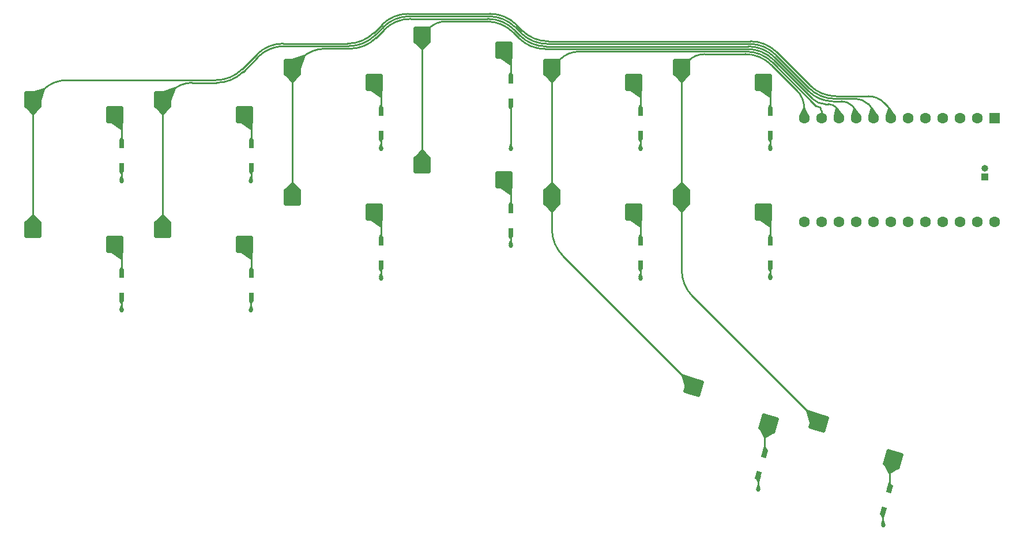
<source format=gbr>
%TF.GenerationSoftware,KiCad,Pcbnew,8.0.0*%
%TF.CreationDate,2024-03-11T23:33:39-04:00*%
%TF.ProjectId,Kiwi MKIII Left,4b697769-204d-44b4-9949-49204c656674,rev?*%
%TF.SameCoordinates,Original*%
%TF.FileFunction,Copper,L2,Bot*%
%TF.FilePolarity,Positive*%
%FSLAX46Y46*%
G04 Gerber Fmt 4.6, Leading zero omitted, Abs format (unit mm)*
G04 Created by KiCad (PCBNEW 8.0.0) date 2024-03-11 23:33:39*
%MOMM*%
%LPD*%
G01*
G04 APERTURE LIST*
G04 Aperture macros list*
%AMRoundRect*
0 Rectangle with rounded corners*
0 $1 Rounding radius*
0 $2 $3 $4 $5 $6 $7 $8 $9 X,Y pos of 4 corners*
0 Add a 4 corners polygon primitive as box body*
4,1,4,$2,$3,$4,$5,$6,$7,$8,$9,$2,$3,0*
0 Add four circle primitives for the rounded corners*
1,1,$1+$1,$2,$3*
1,1,$1+$1,$4,$5*
1,1,$1+$1,$6,$7*
1,1,$1+$1,$8,$9*
0 Add four rect primitives between the rounded corners*
20,1,$1+$1,$2,$3,$4,$5,0*
20,1,$1+$1,$4,$5,$6,$7,0*
20,1,$1+$1,$6,$7,$8,$9,0*
20,1,$1+$1,$8,$9,$2,$3,0*%
%AMRotRect*
0 Rectangle, with rotation*
0 The origin of the aperture is its center*
0 $1 length*
0 $2 width*
0 $3 Rotation angle, in degrees counterclockwise*
0 Add horizontal line*
21,1,$1,$2,0,0,$3*%
G04 Aperture macros list end*
%TA.AperFunction,SMDPad,CuDef*%
%ADD10RoundRect,0.250000X-1.025000X-1.000000X1.025000X-1.000000X1.025000X1.000000X-1.025000X1.000000X0*%
%TD*%
%TA.AperFunction,ComponentPad*%
%ADD11R,1.000000X1.000000*%
%TD*%
%TA.AperFunction,ComponentPad*%
%ADD12O,1.000000X1.000000*%
%TD*%
%TA.AperFunction,SMDPad,CuDef*%
%ADD13RoundRect,0.250000X-1.260931X-0.678733X0.709656X-1.243790X1.260931X0.678733X-0.709656X1.243790X0*%
%TD*%
%TA.AperFunction,ComponentPad*%
%ADD14R,1.600000X1.600000*%
%TD*%
%TA.AperFunction,ComponentPad*%
%ADD15C,1.600000*%
%TD*%
%TA.AperFunction,SMDPad,CuDef*%
%ADD16R,0.750000X1.200000*%
%TD*%
%TA.AperFunction,SMDPad,CuDef*%
%ADD17RotRect,0.750000X1.200000X344.000000*%
%TD*%
%TA.AperFunction,ViaPad*%
%ADD18C,0.685800*%
%TD*%
%TA.AperFunction,Conductor*%
%ADD19C,0.250000*%
%TD*%
G04 APERTURE END LIST*
D10*
%TO.P,SW203,1,1*%
%TO.N,COLUMN 2*%
X258129300Y-111492700D03*
%TO.P,SW203,2,2*%
%TO.N,Net-(D203-A)*%
X270129300Y-113692700D03*
%TD*%
%TO.P,SW209,1,1*%
%TO.N,COLUMN 2*%
X258129300Y-130542700D03*
%TO.P,SW209,2,2*%
%TO.N,Net-(D209-A)*%
X270129300Y-132742700D03*
%TD*%
%TO.P,SW201,1,1*%
%TO.N,COLUMN 0*%
X220029300Y-116255200D03*
%TO.P,SW201,2,2*%
%TO.N,Net-(D201-A)*%
X232029300Y-118455200D03*
%TD*%
%TO.P,SW207,1,1*%
%TO.N,COLUMN 0*%
X220029300Y-135305200D03*
%TO.P,SW207,2,2*%
%TO.N,Net-(D207-A)*%
X232029300Y-137505200D03*
%TD*%
%TO.P,SW208,1,1*%
%TO.N,COLUMN 1*%
X239079300Y-135305200D03*
%TO.P,SW208,2,2*%
%TO.N,Net-(D208-A)*%
X251079300Y-137505200D03*
%TD*%
%TO.P,SW212,1,1*%
%TO.N,COLUMN 5*%
X315279300Y-130542700D03*
%TO.P,SW212,2,2*%
%TO.N,Net-(D212-A)*%
X327279300Y-132742700D03*
%TD*%
%TO.P,SW206,1,1*%
%TO.N,COLUMN 5*%
X315279300Y-111492700D03*
%TO.P,SW206,2,2*%
%TO.N,Net-(D206-A)*%
X327279300Y-113692700D03*
%TD*%
%TO.P,SW202,1,1*%
%TO.N,COLUMN 1*%
X239079300Y-116255200D03*
%TO.P,SW202,2,2*%
%TO.N,Net-(D202-A)*%
X251079300Y-118455200D03*
%TD*%
D11*
%TO.P,BT201,1,+*%
%TO.N,Net-(BT201-+)*%
X359779300Y-127542700D03*
D12*
%TO.P,BT201,2,-*%
%TO.N,Net-(BT201--)*%
X359779300Y-126272700D03*
%TD*%
D10*
%TO.P,SW205,1,1*%
%TO.N,COLUMN 4*%
X296229300Y-111492700D03*
%TO.P,SW205,2,2*%
%TO.N,Net-(D205-A)*%
X308229300Y-113692700D03*
%TD*%
D13*
%TO.P,SW214,1,1*%
%TO.N,COLUMN 5*%
X335380743Y-163622508D03*
%TO.P,SW214,2,2*%
%TO.N,Net-(D214-A)*%
X346309481Y-169044932D03*
%TD*%
D10*
%TO.P,SW211,1,1*%
%TO.N,COLUMN 4*%
X296229300Y-130542700D03*
%TO.P,SW211,2,2*%
%TO.N,Net-(D211-A)*%
X308229300Y-132742700D03*
%TD*%
%TO.P,SW210,1,1*%
%TO.N,COLUMN 3*%
X277179300Y-125780200D03*
%TO.P,SW210,2,2*%
%TO.N,Net-(D210-A)*%
X289179300Y-127980200D03*
%TD*%
D13*
%TO.P,SW213,1,1*%
%TO.N,COLUMN 4*%
X317068708Y-158385399D03*
%TO.P,SW213,2,2*%
%TO.N,Net-(D213-A)*%
X327997446Y-163807823D03*
%TD*%
D14*
%TO.P,U201,1,TX*%
%TO.N,unconnected-(U201-TX-Pad1)*%
X361199300Y-118922700D03*
D15*
%TO.P,U201,2,RX*%
%TO.N,unconnected-(U201-RX-Pad2)*%
X358659300Y-118922700D03*
%TO.P,U201,3,GND*%
%TO.N,GND2*%
X356119300Y-118922700D03*
%TO.P,U201,4,GND*%
X353579300Y-118922700D03*
%TO.P,U201,5,SDA*%
%TO.N,unconnected-(U201-SDA-Pad5)*%
X351039300Y-118922700D03*
%TO.P,U201,6,SCL*%
%TO.N,unconnected-(U201-SCL-Pad6)*%
X348499300Y-118922700D03*
%TO.P,U201,7,D4*%
%TO.N,COLUMN 0*%
X345959300Y-118922700D03*
%TO.P,U201,8,C6*%
%TO.N,COLUMN 1*%
X343419300Y-118922700D03*
%TO.P,U201,9,D7*%
%TO.N,COLUMN 2*%
X340879300Y-118922700D03*
%TO.P,U201,10,E6*%
%TO.N,COLUMN 3*%
X338339300Y-118922700D03*
%TO.P,U201,11,B4*%
%TO.N,COLUMN 4*%
X335799300Y-118922700D03*
%TO.P,U201,12,B5*%
%TO.N,COLUMN 5*%
X333259300Y-118922700D03*
%TO.P,U201,13,B6*%
%TO.N,unconnected-(U201-B6-Pad13)*%
X333259300Y-134162700D03*
%TO.P,U201,14,B2*%
%TO.N,unconnected-(U201-B2-Pad14)*%
X335799300Y-134162700D03*
%TO.P,U201,15,B3*%
%TO.N,unconnected-(U201-B3-Pad15)*%
X338339300Y-134162700D03*
%TO.P,U201,16,B1*%
%TO.N,unconnected-(U201-B1-Pad16)*%
X340879300Y-134162700D03*
%TO.P,U201,17,F7*%
%TO.N,Row 0*%
X343419300Y-134162700D03*
%TO.P,U201,18,F6*%
%TO.N,Row 1*%
X345959300Y-134162700D03*
%TO.P,U201,19,F5*%
%TO.N,Row 2*%
X348499300Y-134162700D03*
%TO.P,U201,20,F4*%
%TO.N,unconnected-(U201-F4-Pad20)*%
X351039300Y-134162700D03*
%TO.P,U201,21,VCC*%
%TO.N,unconnected-(U201-VCC-Pad21)*%
X353579300Y-134162700D03*
%TO.P,U201,22,RST*%
%TO.N,unconnected-(U201-RST-Pad22)*%
X356119300Y-134162700D03*
%TO.P,U201,23,GND*%
%TO.N,GND2*%
X358659300Y-134162700D03*
%TO.P,U201,24,RAW*%
%TO.N,Net-(BT201-+)*%
X361199300Y-134162700D03*
%TD*%
D10*
%TO.P,SW204,1,1*%
%TO.N,COLUMN 3*%
X277179300Y-106730200D03*
%TO.P,SW204,2,2*%
%TO.N,Net-(D204-A)*%
X289179300Y-108930200D03*
%TD*%
D16*
%TO.P,D208,1,K*%
%TO.N,Row 1*%
X252079300Y-145205200D03*
%TO.P,D208,2,A*%
%TO.N,Net-(D208-A)*%
X252079300Y-141805200D03*
%TD*%
%TO.P,D206,1,K*%
%TO.N,Row 0*%
X328279300Y-121392700D03*
%TO.P,D206,2,A*%
%TO.N,Net-(D206-A)*%
X328279300Y-117992700D03*
%TD*%
%TO.P,D211,1,K*%
%TO.N,Row 1*%
X309229300Y-140442700D03*
%TO.P,D211,2,A*%
%TO.N,Net-(D211-A)*%
X309229300Y-137042700D03*
%TD*%
%TO.P,D201,1,K*%
%TO.N,Row 0*%
X233029300Y-126155200D03*
%TO.P,D201,2,A*%
%TO.N,Net-(D201-A)*%
X233029300Y-122755200D03*
%TD*%
%TO.P,D203,1,K*%
%TO.N,Row 0*%
X271129300Y-121392700D03*
%TO.P,D203,2,A*%
%TO.N,Net-(D203-A)*%
X271129300Y-117992700D03*
%TD*%
%TO.P,D202,1,K*%
%TO.N,Row 0*%
X252079300Y-126155200D03*
%TO.P,D202,2,A*%
%TO.N,Net-(D202-A)*%
X252079300Y-122755200D03*
%TD*%
%TO.P,D205,1,K*%
%TO.N,Row 0*%
X309229300Y-121392700D03*
%TO.P,D205,2,A*%
%TO.N,Net-(D205-A)*%
X309229300Y-117992700D03*
%TD*%
%TO.P,D207,1,K*%
%TO.N,Row 1*%
X233029300Y-145205200D03*
%TO.P,D207,2,A*%
%TO.N,Net-(D207-A)*%
X233029300Y-141805200D03*
%TD*%
%TO.P,D209,1,K*%
%TO.N,Row 1*%
X271129300Y-140442700D03*
%TO.P,D209,2,A*%
%TO.N,Net-(D209-A)*%
X271129300Y-137042700D03*
%TD*%
D17*
%TO.P,D213,1,K*%
%TO.N,Row 2*%
X326528862Y-171441968D03*
%TO.P,D213,2,A*%
%TO.N,Net-(D213-A)*%
X327466030Y-168173678D03*
%TD*%
D16*
%TO.P,D210,1,K*%
%TO.N,Row 1*%
X290179300Y-135680200D03*
%TO.P,D210,2,A*%
%TO.N,Net-(D210-A)*%
X290179300Y-132280200D03*
%TD*%
D17*
%TO.P,D214,1,K*%
%TO.N,Row 2*%
X344840897Y-176679077D03*
%TO.P,D214,2,A*%
%TO.N,Net-(D214-A)*%
X345778065Y-173410787D03*
%TD*%
D16*
%TO.P,D212,1,K*%
%TO.N,Row 1*%
X328279300Y-140442700D03*
%TO.P,D212,2,A*%
%TO.N,Net-(D212-A)*%
X328279300Y-137042700D03*
%TD*%
%TO.P,D204,1,K*%
%TO.N,Row 0*%
X290179300Y-116630200D03*
%TO.P,D204,2,A*%
%TO.N,Net-(D204-A)*%
X290179300Y-113230200D03*
%TD*%
D18*
%TO.N,Row 0*%
X252029300Y-128155200D03*
X309229300Y-123442700D03*
X233029300Y-128155200D03*
X290229300Y-123442700D03*
X271129300Y-123442700D03*
X328279300Y-123392700D03*
%TO.N,Row 1*%
X290179300Y-137630200D03*
X252029300Y-147155200D03*
X233029300Y-147155200D03*
X328279300Y-142392700D03*
X271129300Y-142442700D03*
X309229300Y-142442700D03*
%TO.N,Row 2*%
X326528862Y-173441968D03*
X344840897Y-178679077D03*
%TD*%
D19*
%TO.N,COLUMN 0*%
X252902006Y-109569992D02*
X250712592Y-111759407D01*
X220029300Y-116255200D02*
X220029300Y-135305200D01*
X345959300Y-118282200D02*
X345959300Y-118922700D01*
X342664583Y-115711700D02*
X337952263Y-115711700D01*
X220029300Y-116255200D02*
X221480300Y-114804200D01*
X270089592Y-106382406D02*
X271279007Y-105192992D01*
X220029300Y-116255200D02*
X220029300Y-135305200D01*
X290979592Y-105192992D02*
X291835507Y-106048907D01*
X287131836Y-103599200D02*
X275126763Y-103599200D01*
X295683263Y-107642700D02*
X325375336Y-107642700D01*
X334104507Y-114117907D02*
X329223092Y-109236492D01*
X224983323Y-113353200D02*
X246864836Y-113353200D01*
X266241836Y-107976200D02*
X256749763Y-107976200D01*
X345506398Y-117188798D02*
X344994300Y-116676700D01*
X345506398Y-117188798D02*
G75*
G02*
X345959301Y-118282200I-1093398J-1093402D01*
G01*
X329223091Y-109236493D02*
G75*
G03*
X325375336Y-107642690I-3847791J-3847807D01*
G01*
X256749763Y-107976200D02*
G75*
G03*
X252902015Y-109570001I37J-5441600D01*
G01*
X291835508Y-106048906D02*
G75*
G03*
X295683263Y-107642710I3847792J3847806D01*
G01*
X334104508Y-114117906D02*
G75*
G03*
X337952263Y-115711710I3847792J3847806D01*
G01*
X344994300Y-116676700D02*
G75*
G03*
X342664583Y-115711707I-2329700J-2329700D01*
G01*
X275126763Y-103599200D02*
G75*
G03*
X271279036Y-105193021I37J-5441500D01*
G01*
X224983323Y-113353200D02*
G75*
G03*
X221480293Y-114804193I-23J-4954000D01*
G01*
X290979591Y-105192993D02*
G75*
G03*
X287131836Y-103599190I-3847791J-3847807D01*
G01*
X250712592Y-111759407D02*
G75*
G02*
X246864836Y-113353210I-3847792J3847807D01*
G01*
X270089592Y-106382406D02*
G75*
G02*
X266241836Y-107976209I-3847792J3847806D01*
G01*
%TO.N,COLUMN 1*%
X266397994Y-108353200D02*
X256905921Y-108353200D01*
X340783527Y-116088700D02*
X337796105Y-116088700D01*
X240341800Y-114992700D02*
X239079300Y-116255200D01*
X271435164Y-105569992D02*
X270245750Y-106759407D01*
X329066934Y-109613492D02*
X333948349Y-114494907D01*
X239079300Y-135305200D02*
X239079300Y-116255200D01*
X275282921Y-103976200D02*
X286975678Y-103976200D01*
X343419300Y-118277700D02*
X343419300Y-118922700D01*
X295527105Y-108019700D02*
X325219178Y-108019700D01*
X342963216Y-117176616D02*
X342647300Y-116860700D01*
X291679349Y-106425907D02*
X290823434Y-105569992D01*
X239079300Y-135305200D02*
X239079300Y-116255200D01*
X250868750Y-112136407D02*
X253058165Y-109946992D01*
X247020994Y-113730200D02*
X243389744Y-113730200D01*
X256905921Y-108353200D02*
G75*
G03*
X253058165Y-109946992I-21J-5441500D01*
G01*
X270245750Y-106759407D02*
G75*
G02*
X266397994Y-108353180I-3847750J3847807D01*
G01*
X342963216Y-117176616D02*
G75*
G02*
X343419290Y-118277700I-1101116J-1101084D01*
G01*
X275282921Y-103976200D02*
G75*
G03*
X271435144Y-105569972I-21J-5441600D01*
G01*
X243389744Y-113730200D02*
G75*
G03*
X240341787Y-114992687I-44J-4310400D01*
G01*
X329066933Y-109613493D02*
G75*
G03*
X325219178Y-108019731I-3847733J-3847807D01*
G01*
X250868750Y-112136407D02*
G75*
G02*
X247020994Y-113730180I-3847750J3847807D01*
G01*
X291679349Y-106425907D02*
G75*
G03*
X295527105Y-108019681I3847751J3847807D01*
G01*
X290823433Y-105569993D02*
G75*
G03*
X286975678Y-103976231I-3847733J-3847807D01*
G01*
X342647300Y-116860700D02*
G75*
G03*
X340783527Y-116088689I-1863800J-1863800D01*
G01*
X333948349Y-114494907D02*
G75*
G03*
X337796105Y-116088681I3847751J3847807D01*
G01*
%TO.N,COLUMN 2*%
X259510550Y-110111450D02*
X258129300Y-111492700D01*
X291523191Y-106802907D02*
X290667276Y-105946992D01*
X258129300Y-111492700D02*
X258129300Y-130542700D01*
X295370947Y-108396700D02*
X325063020Y-108396700D01*
X262845182Y-108730200D02*
X266554152Y-108730200D01*
X340444429Y-117257829D02*
X340265800Y-117079200D01*
X340879300Y-118307700D02*
X340879300Y-118922700D01*
X275439079Y-104353200D02*
X286819520Y-104353200D01*
X338784679Y-116465700D02*
X337519142Y-116465700D01*
X333877613Y-114957329D02*
X328910776Y-109990492D01*
X258129300Y-111492700D02*
X258129300Y-130542700D01*
X271591322Y-105946992D02*
X270401908Y-107136407D01*
X290667276Y-105946992D02*
G75*
G03*
X286819520Y-104353201I-3847776J-3847808D01*
G01*
X328910776Y-109990492D02*
G75*
G03*
X325063020Y-108396701I-3847776J-3847808D01*
G01*
X291523191Y-106802907D02*
G75*
G03*
X295370947Y-108396651I3847709J3847807D01*
G01*
X333877613Y-114957329D02*
G75*
G03*
X337519142Y-116465670I3641487J3641529D01*
G01*
X262845182Y-108730200D02*
G75*
G03*
X259510555Y-110111455I18J-4715900D01*
G01*
X340444429Y-117257829D02*
G75*
G02*
X340879312Y-118307700I-1049829J-1049871D01*
G01*
X275439079Y-104353200D02*
G75*
G03*
X271591323Y-105946993I21J-5441600D01*
G01*
X340265799Y-117079201D02*
G75*
G03*
X338784679Y-116465709I-1481099J-1481099D01*
G01*
X270401908Y-107136407D02*
G75*
G02*
X266554152Y-108730221I-3847808J3847807D01*
G01*
%TO.N,COLUMN 3*%
X290511118Y-106323992D02*
X291367033Y-107179907D01*
X336825096Y-116865700D02*
X336352563Y-116865700D01*
X278179300Y-105730200D02*
X277179300Y-106730200D01*
X280593513Y-104730200D02*
X286663362Y-104730200D01*
X337895800Y-117309200D02*
X337925642Y-117339042D01*
X277179300Y-106730200D02*
X277179300Y-125780200D01*
X277179300Y-106730200D02*
X277179300Y-125780200D01*
X324906862Y-108773700D02*
X295214789Y-108773700D01*
X328754618Y-110367492D02*
X334475194Y-116088068D01*
X338339300Y-118337700D02*
X338339300Y-118922700D01*
X280593513Y-104730200D02*
G75*
G03*
X278179296Y-105730196I-13J-3414200D01*
G01*
X291367033Y-107179907D02*
G75*
G03*
X295214789Y-108773692I3847767J3847807D01*
G01*
X334475194Y-116088068D02*
G75*
G03*
X336352563Y-116865726I1877406J1877368D01*
G01*
X290511118Y-106323992D02*
G75*
G03*
X286663362Y-104730242I-3847718J-3847808D01*
G01*
X337895800Y-117309200D02*
G75*
G03*
X336825096Y-116865702I-1070700J-1070700D01*
G01*
X337925642Y-117339042D02*
G75*
G02*
X338339304Y-118337700I-998642J-998658D01*
G01*
X328754618Y-110367492D02*
G75*
G03*
X324906862Y-108773742I-3847718J-3847808D01*
G01*
%TO.N,COLUMN 4*%
X296229300Y-111492700D02*
X296229300Y-130542700D01*
X296229300Y-111492700D02*
X296229300Y-130542700D01*
X296229300Y-135292027D02*
X296229300Y-130542700D01*
X335546903Y-117360303D02*
X335614300Y-117427700D01*
X335799300Y-117874329D02*
X335799300Y-118922700D01*
X324750704Y-109150700D02*
X300227344Y-109150700D01*
X328598460Y-110744492D02*
X334979064Y-117125096D01*
X297823092Y-139139783D02*
X317068708Y-158385399D01*
X297400300Y-110321700D02*
X296229300Y-111492700D01*
X335614299Y-117427701D02*
G75*
G02*
X335799287Y-117874329I-446599J-446599D01*
G01*
X328598460Y-110744492D02*
G75*
G03*
X324750704Y-109150712I-3847760J-3847808D01*
G01*
X335546903Y-117360303D02*
G75*
G03*
X335262984Y-117242705I-283903J-283897D01*
G01*
X334979065Y-117125095D02*
G75*
G03*
X335262984Y-117242717I283935J283895D01*
G01*
X296229300Y-135292027D02*
G75*
G03*
X297823095Y-139139780I5441600J27D01*
G01*
X300227344Y-109150700D02*
G75*
G03*
X297400287Y-110321687I-44J-3998000D01*
G01*
%TO.N,COLUMN 5*%
X333259300Y-117430595D02*
X333259300Y-118922700D01*
X318633764Y-109527700D02*
X324594546Y-109527700D01*
X315279300Y-111492700D02*
X315279300Y-130542700D01*
X315279300Y-111492700D02*
X316261800Y-110510200D01*
X332204222Y-114883412D02*
X328442302Y-111121492D01*
X315279300Y-111492700D02*
X315279300Y-130542700D01*
X315279300Y-141267101D02*
X315279300Y-130542700D01*
X316873092Y-145114857D02*
X335380743Y-163622508D01*
X332204221Y-114883413D02*
G75*
G02*
X333259291Y-117430595I-2547221J-2547187D01*
G01*
X315279300Y-141267101D02*
G75*
G03*
X316873082Y-145114867I5441600J1D01*
G01*
X328442302Y-111121492D02*
G75*
G03*
X324594546Y-109527682I-3847802J-3847808D01*
G01*
X318633764Y-109527700D02*
G75*
G03*
X316261810Y-110510210I36J-3354500D01*
G01*
%TO.N,Row 0*%
X328279300Y-123392700D02*
X328279300Y-121392700D01*
X252054300Y-128130200D02*
X252029300Y-128155200D01*
X309229300Y-123442700D02*
X309229300Y-121442700D01*
X290179300Y-123357344D02*
X290179300Y-116630200D01*
X271129300Y-123442700D02*
X271129300Y-121442700D01*
X252054300Y-126180200D02*
X252029300Y-126155200D01*
X233029300Y-128155200D02*
X233029300Y-126155200D01*
X252079300Y-126240555D02*
X252079300Y-128069844D01*
X290229300Y-123442700D02*
X290204300Y-123417700D01*
X252054300Y-126180200D02*
G75*
G02*
X252079318Y-126240555I-60400J-60400D01*
G01*
X252079300Y-128069844D02*
G75*
G02*
X252054287Y-128130187I-85400J44D01*
G01*
X290179300Y-123357344D02*
G75*
G03*
X290204313Y-123417687I85400J44D01*
G01*
%TO.N,Row 1*%
X290179300Y-137630200D02*
X290179300Y-135630200D01*
X309229300Y-142442700D02*
X309229300Y-140442700D01*
X233029300Y-147155200D02*
X233029300Y-145155200D01*
X328279300Y-142392700D02*
X328279300Y-140392700D01*
X252029300Y-147155200D02*
X252029300Y-145155200D01*
X271129300Y-142442700D02*
X271129300Y-140442700D01*
%TO.N,Row 2*%
X326528862Y-173441968D02*
X326528862Y-171441968D01*
X344799300Y-176750087D02*
X344799300Y-178608066D01*
X344840897Y-178679077D02*
X344820098Y-178658278D01*
X344820098Y-176699875D02*
X344834273Y-176685700D01*
X344832703Y-176683618D02*
X344824510Y-176688159D01*
X344834273Y-176685700D02*
G75*
G03*
X344832703Y-176683617I-973J900D01*
G01*
X344799300Y-178608066D02*
G75*
G03*
X344820083Y-178658293I71000J-34D01*
G01*
X344820098Y-176699875D02*
G75*
G03*
X344799288Y-176750087I50202J-50225D01*
G01*
%TO.N,Net-(D201-A)*%
X233029300Y-120162306D02*
X233029300Y-122755200D01*
X232529300Y-118955200D02*
X232029300Y-118455200D01*
X232529300Y-118955200D02*
G75*
G02*
X233029297Y-120162306I-1207100J-1207100D01*
G01*
%TO.N,Net-(D202-A)*%
X252079300Y-120162306D02*
X252079300Y-122755200D01*
X251579300Y-118955200D02*
X251079300Y-118455200D01*
X251579300Y-118955200D02*
G75*
G02*
X252079297Y-120162306I-1207100J-1207100D01*
G01*
%TO.N,Net-(D203-A)*%
X270629300Y-114192700D02*
X270129300Y-113692700D01*
X271129300Y-115399806D02*
X271129300Y-117992700D01*
X270629300Y-114192700D02*
G75*
G02*
X271129297Y-115399806I-1207100J-1207100D01*
G01*
%TO.N,Net-(D204-A)*%
X289679300Y-109430200D02*
X289179300Y-108930200D01*
X290179300Y-110637306D02*
X290179300Y-113230200D01*
X289679300Y-109430200D02*
G75*
G02*
X290179297Y-110637306I-1207100J-1207100D01*
G01*
%TO.N,Net-(D205-A)*%
X309229300Y-115399806D02*
X309229300Y-117992700D01*
X308729300Y-114192700D02*
X308229300Y-113692700D01*
X308729300Y-114192700D02*
G75*
G02*
X309229297Y-115399806I-1207100J-1207100D01*
G01*
%TO.N,Net-(D206-A)*%
X328279300Y-115399806D02*
X328279300Y-117992700D01*
X327779300Y-114192700D02*
X327279300Y-113692700D01*
X327779300Y-114192700D02*
G75*
G02*
X328279297Y-115399806I-1207100J-1207100D01*
G01*
%TO.N,Net-(D207-A)*%
X232529300Y-138005200D02*
X232029300Y-137505200D01*
X233029300Y-139212306D02*
X233029300Y-141805200D01*
X232529300Y-138005200D02*
G75*
G02*
X233029297Y-139212306I-1207100J-1207100D01*
G01*
%TO.N,Net-(D208-A)*%
X252079300Y-139212306D02*
X252079300Y-141805200D01*
X251579300Y-138005200D02*
X251079300Y-137505200D01*
X251579300Y-138005200D02*
G75*
G02*
X252079297Y-139212306I-1207100J-1207100D01*
G01*
%TO.N,Net-(D209-A)*%
X271129300Y-134449806D02*
X271129300Y-137042700D01*
X270629300Y-133242700D02*
X270129300Y-132742700D01*
X270629300Y-133242700D02*
G75*
G02*
X271129297Y-134449806I-1207100J-1207100D01*
G01*
%TO.N,Net-(D210-A)*%
X290179300Y-129687306D02*
X290179300Y-132280200D01*
X289679300Y-128480200D02*
X289179300Y-127980200D01*
X289679300Y-128480200D02*
G75*
G02*
X290179297Y-129687306I-1207100J-1207100D01*
G01*
%TO.N,Net-(D211-A)*%
X308729300Y-133242700D02*
X308229300Y-132742700D01*
X309229300Y-134449806D02*
X309229300Y-137042700D01*
X308729300Y-133242700D02*
G75*
G02*
X309229297Y-134449806I-1207100J-1207100D01*
G01*
%TO.N,Net-(D212-A)*%
X327779300Y-133242700D02*
X327279300Y-132742700D01*
X328279300Y-134449806D02*
X328279300Y-137042700D01*
X327779300Y-133242700D02*
G75*
G02*
X328279297Y-134449806I-1207100J-1207100D01*
G01*
%TO.N,Net-(D213-A)*%
X327466030Y-164715006D02*
X327466030Y-168173678D01*
X327731738Y-164073531D02*
X327997446Y-163807823D01*
X327731738Y-164073531D02*
G75*
G03*
X327466031Y-164715006I641462J-641469D01*
G01*
%TO.N,Net-(D214-A)*%
X345778065Y-169952115D02*
X345778065Y-173410787D01*
X346043773Y-169310640D02*
X346309481Y-169044932D01*
X346043773Y-169310640D02*
G75*
G03*
X345778062Y-169952115I641427J-641460D01*
G01*
%TD*%
%TA.AperFunction,Conductor*%
%TO.N,Row 0*%
G36*
X233035494Y-126166376D02*
G01*
X233039226Y-126170108D01*
X233400304Y-126748796D01*
X233401776Y-126757629D01*
X233400113Y-126761480D01*
X233157773Y-127124990D01*
X233150333Y-127129973D01*
X233148038Y-127130200D01*
X232910562Y-127130200D01*
X232902289Y-127126773D01*
X232900827Y-127124990D01*
X232820046Y-127003820D01*
X232658485Y-126761478D01*
X232656748Y-126752695D01*
X232658293Y-126748799D01*
X233019374Y-126170107D01*
X233026661Y-126164904D01*
X233035494Y-126166376D01*
G37*
%TD.AperFunction*%
%TD*%
%TA.AperFunction,Conductor*%
%TO.N,Row 1*%
G36*
X328404240Y-141710327D02*
G01*
X328407024Y-141714776D01*
X328592505Y-142251090D01*
X328591971Y-142260029D01*
X328585954Y-142265711D01*
X328283806Y-142391819D01*
X328274852Y-142391843D01*
X328274794Y-142391819D01*
X327972645Y-142265711D01*
X327966330Y-142259362D01*
X327966094Y-142251091D01*
X328151576Y-141714775D01*
X328157518Y-141708077D01*
X328162633Y-141706900D01*
X328395967Y-141706900D01*
X328404240Y-141710327D01*
G37*
%TD.AperFunction*%
%TD*%
%TA.AperFunction,Conductor*%
%TO.N,Net-(D214-A)*%
G36*
X345904223Y-172415034D02*
G01*
X345906338Y-172417925D01*
X346149746Y-172887731D01*
X346150510Y-172896653D01*
X346148833Y-172899977D01*
X345782208Y-173406067D01*
X345774579Y-173410756D01*
X345771074Y-173410785D01*
X345416074Y-173359945D01*
X345408371Y-173355380D01*
X345406151Y-173346704D01*
X345406421Y-173345375D01*
X345527303Y-172887731D01*
X345650764Y-172420319D01*
X345656190Y-172413195D01*
X345662076Y-172411607D01*
X345895950Y-172411607D01*
X345904223Y-172415034D01*
G37*
%TD.AperFunction*%
%TD*%
%TA.AperFunction,Conductor*%
%TO.N,Row 1*%
G36*
X233154240Y-146472827D02*
G01*
X233157024Y-146477276D01*
X233342505Y-147013590D01*
X233341971Y-147022529D01*
X233335954Y-147028211D01*
X233033806Y-147154319D01*
X233024852Y-147154343D01*
X233024794Y-147154319D01*
X232722645Y-147028211D01*
X232716330Y-147021862D01*
X232716094Y-147013591D01*
X232901576Y-146477275D01*
X232907518Y-146470577D01*
X232912633Y-146469400D01*
X233145967Y-146469400D01*
X233154240Y-146472827D01*
G37*
%TD.AperFunction*%
%TD*%
%TA.AperFunction,Conductor*%
%TO.N,Net-(D204-A)*%
G36*
X289188667Y-108937068D02*
G01*
X289191312Y-108938631D01*
X290449102Y-109926119D01*
X290453493Y-109933924D01*
X290453488Y-109936759D01*
X290305570Y-111132275D01*
X290301154Y-111140064D01*
X290293959Y-111142538D01*
X290057918Y-111142538D01*
X290051313Y-111140495D01*
X288655096Y-110185612D01*
X288650202Y-110178114D01*
X288650934Y-110171377D01*
X289173322Y-108943252D01*
X289179712Y-108936983D01*
X289188667Y-108937068D01*
G37*
%TD.AperFunction*%
%TD*%
%TA.AperFunction,Conductor*%
%TO.N,Net-(D206-A)*%
G36*
X327288667Y-113699568D02*
G01*
X327291312Y-113701131D01*
X328549102Y-114688619D01*
X328553493Y-114696424D01*
X328553488Y-114699259D01*
X328405570Y-115894775D01*
X328401154Y-115902564D01*
X328393959Y-115905038D01*
X328157918Y-115905038D01*
X328151313Y-115902995D01*
X326755096Y-114948112D01*
X326750202Y-114940614D01*
X326750934Y-114933877D01*
X327273322Y-113705752D01*
X327279712Y-113699483D01*
X327288667Y-113699568D01*
G37*
%TD.AperFunction*%
%TD*%
%TA.AperFunction,Conductor*%
%TO.N,COLUMN 2*%
G36*
X258257264Y-128296127D02*
G01*
X258257796Y-128296695D01*
X259122855Y-129285334D01*
X259125724Y-129293817D01*
X259123189Y-129300344D01*
X258138439Y-130532267D01*
X258130597Y-130536590D01*
X258121995Y-130534101D01*
X258120161Y-130532267D01*
X257135410Y-129300344D01*
X257132921Y-129291742D01*
X257135742Y-129285336D01*
X258000804Y-128296694D01*
X258008831Y-128292726D01*
X258009609Y-128292700D01*
X258248991Y-128292700D01*
X258257264Y-128296127D01*
G37*
%TD.AperFunction*%
%TD*%
%TA.AperFunction,Conductor*%
%TO.N,Net-(D210-A)*%
G36*
X290306311Y-131308627D02*
G01*
X290307773Y-131310410D01*
X290550113Y-131673919D01*
X290551851Y-131682704D01*
X290550304Y-131686603D01*
X290189226Y-132265291D01*
X290181939Y-132270495D01*
X290173106Y-132269023D01*
X290169374Y-132265291D01*
X289808295Y-131686603D01*
X289806823Y-131677770D01*
X289808483Y-131673924D01*
X290050827Y-131310410D01*
X290058267Y-131305427D01*
X290060562Y-131305200D01*
X290298038Y-131305200D01*
X290306311Y-131308627D01*
G37*
%TD.AperFunction*%
%TD*%
%TA.AperFunction,Conductor*%
%TO.N,Row 2*%
G36*
X344924849Y-178004978D02*
G01*
X344927333Y-178008652D01*
X345019622Y-178224671D01*
X345153059Y-178537005D01*
X345153158Y-178545960D01*
X345146897Y-178552361D01*
X345146806Y-178552399D01*
X344845403Y-178678196D01*
X344836449Y-178678220D01*
X344836391Y-178678196D01*
X344533604Y-178551822D01*
X344527289Y-178545473D01*
X344526829Y-178537925D01*
X344671936Y-178010148D01*
X344677433Y-178003081D01*
X344683217Y-178001551D01*
X344916576Y-178001551D01*
X344924849Y-178004978D01*
G37*
%TD.AperFunction*%
%TD*%
%TA.AperFunction,Conductor*%
%TO.N,COLUMN 5*%
G36*
X315286605Y-130551298D02*
G01*
X315288435Y-130553128D01*
X316273189Y-131785055D01*
X316275678Y-131793657D01*
X316272855Y-131800064D01*
X315407796Y-132788704D01*
X315399769Y-132792674D01*
X315398991Y-132792700D01*
X315159609Y-132792700D01*
X315151336Y-132789273D01*
X315150804Y-132788705D01*
X315150804Y-132788704D01*
X314285743Y-131800064D01*
X314282875Y-131791582D01*
X314285408Y-131785057D01*
X315270162Y-130553131D01*
X315278003Y-130548809D01*
X315286605Y-130551298D01*
G37*
%TD.AperFunction*%
%TD*%
%TA.AperFunction,Conductor*%
%TO.N,Net-(D207-A)*%
G36*
X232038667Y-137512068D02*
G01*
X232041312Y-137513631D01*
X233299102Y-138501119D01*
X233303493Y-138508924D01*
X233303488Y-138511759D01*
X233155570Y-139707275D01*
X233151154Y-139715064D01*
X233143959Y-139717538D01*
X232907918Y-139717538D01*
X232901313Y-139715495D01*
X231505096Y-138760612D01*
X231500202Y-138753114D01*
X231500934Y-138746377D01*
X232023322Y-137518252D01*
X232029712Y-137511983D01*
X232038667Y-137512068D01*
G37*
%TD.AperFunction*%
%TD*%
%TA.AperFunction,Conductor*%
%TO.N,Row 0*%
G36*
X252203529Y-127482773D02*
G01*
X252206579Y-127488098D01*
X252343538Y-128014146D01*
X252342306Y-128023016D01*
X252336721Y-128027891D01*
X252033806Y-128154319D01*
X252024852Y-128154343D01*
X252024794Y-128154319D01*
X251723544Y-128028586D01*
X251717229Y-128022237D01*
X251717253Y-128013283D01*
X251717337Y-128013087D01*
X251855860Y-127701074D01*
X251951214Y-127486298D01*
X251957703Y-127480128D01*
X251961907Y-127479346D01*
X252195256Y-127479346D01*
X252203529Y-127482773D01*
G37*
%TD.AperFunction*%
%TD*%
%TA.AperFunction,Conductor*%
%TO.N,COLUMN 5*%
G36*
X315407264Y-128296127D02*
G01*
X315407796Y-128296695D01*
X316272855Y-129285334D01*
X316275724Y-129293817D01*
X316273189Y-129300344D01*
X315288439Y-130532267D01*
X315280597Y-130536590D01*
X315271995Y-130534101D01*
X315270161Y-130532267D01*
X314285410Y-129300344D01*
X314282921Y-129291742D01*
X314285742Y-129285336D01*
X315150804Y-128296694D01*
X315158831Y-128292726D01*
X315159609Y-128292700D01*
X315398991Y-128292700D01*
X315407264Y-128296127D01*
G37*
%TD.AperFunction*%
%TD*%
%TA.AperFunction,Conductor*%
%TO.N,Net-(D207-A)*%
G36*
X233156311Y-140833627D02*
G01*
X233157773Y-140835410D01*
X233400113Y-141198919D01*
X233401851Y-141207704D01*
X233400304Y-141211603D01*
X233039226Y-141790291D01*
X233031939Y-141795495D01*
X233023106Y-141794023D01*
X233019374Y-141790291D01*
X232658295Y-141211603D01*
X232656823Y-141202770D01*
X232658483Y-141198924D01*
X232900827Y-140835410D01*
X232908267Y-140830427D01*
X232910562Y-140830200D01*
X233148038Y-140830200D01*
X233156311Y-140833627D01*
G37*
%TD.AperFunction*%
%TD*%
%TA.AperFunction,Conductor*%
%TO.N,Net-(D201-A)*%
G36*
X232038667Y-118462068D02*
G01*
X232041312Y-118463631D01*
X233299102Y-119451119D01*
X233303493Y-119458924D01*
X233303488Y-119461759D01*
X233155570Y-120657275D01*
X233151154Y-120665064D01*
X233143959Y-120667538D01*
X232907918Y-120667538D01*
X232901313Y-120665495D01*
X231505096Y-119710612D01*
X231500202Y-119703114D01*
X231500934Y-119696377D01*
X232023322Y-118468252D01*
X232029712Y-118461983D01*
X232038667Y-118462068D01*
G37*
%TD.AperFunction*%
%TD*%
%TA.AperFunction,Conductor*%
%TO.N,COLUMN 5*%
G36*
X333385388Y-117432530D02*
G01*
X333387605Y-117435525D01*
X333992560Y-118605254D01*
X333993317Y-118614177D01*
X333987543Y-118621021D01*
X333986658Y-118621433D01*
X333263800Y-118921833D01*
X333254847Y-118921843D01*
X333056212Y-118839299D01*
X332531953Y-118621438D01*
X332525628Y-118615099D01*
X332525639Y-118606144D01*
X332526054Y-118605254D01*
X333131079Y-117438302D01*
X333137928Y-117432536D01*
X333141320Y-117431991D01*
X333377075Y-117429201D01*
X333385388Y-117432530D01*
G37*
%TD.AperFunction*%
%TD*%
%TA.AperFunction,Conductor*%
%TO.N,COLUMN 3*%
G36*
X277186605Y-106738798D02*
G01*
X277188435Y-106740628D01*
X278173189Y-107972555D01*
X278175678Y-107981157D01*
X278172855Y-107987564D01*
X277307796Y-108976204D01*
X277299769Y-108980174D01*
X277298991Y-108980200D01*
X277059609Y-108980200D01*
X277051336Y-108976773D01*
X277050804Y-108976205D01*
X277050804Y-108976204D01*
X276185743Y-107987564D01*
X276182875Y-107979082D01*
X276185408Y-107972557D01*
X277170162Y-106740631D01*
X277178003Y-106736309D01*
X277186605Y-106738798D01*
G37*
%TD.AperFunction*%
%TD*%
%TA.AperFunction,Conductor*%
%TO.N,Net-(D205-A)*%
G36*
X309356311Y-117021127D02*
G01*
X309357773Y-117022910D01*
X309600113Y-117386419D01*
X309601851Y-117395204D01*
X309600304Y-117399103D01*
X309239226Y-117977791D01*
X309231939Y-117982995D01*
X309223106Y-117981523D01*
X309219374Y-117977791D01*
X308858295Y-117399103D01*
X308856823Y-117390270D01*
X308858483Y-117386424D01*
X309100827Y-117022910D01*
X309108267Y-117017927D01*
X309110562Y-117017700D01*
X309348038Y-117017700D01*
X309356311Y-117021127D01*
G37*
%TD.AperFunction*%
%TD*%
%TA.AperFunction,Conductor*%
%TO.N,COLUMN 4*%
G36*
X296236605Y-111501298D02*
G01*
X296238435Y-111503128D01*
X297223189Y-112735055D01*
X297225678Y-112743657D01*
X297222855Y-112750064D01*
X296357796Y-113738704D01*
X296349769Y-113742674D01*
X296348991Y-113742700D01*
X296109609Y-113742700D01*
X296101336Y-113739273D01*
X296100804Y-113738705D01*
X296100804Y-113738704D01*
X295235743Y-112750064D01*
X295232875Y-112741582D01*
X295235408Y-112735057D01*
X296220162Y-111503131D01*
X296228003Y-111498809D01*
X296236605Y-111501298D01*
G37*
%TD.AperFunction*%
%TD*%
%TA.AperFunction,Conductor*%
%TO.N,COLUMN 0*%
G36*
X220036605Y-116263798D02*
G01*
X220038435Y-116265628D01*
X221023189Y-117497555D01*
X221025678Y-117506157D01*
X221022855Y-117512564D01*
X220157796Y-118501204D01*
X220149769Y-118505174D01*
X220148991Y-118505200D01*
X219909609Y-118505200D01*
X219901336Y-118501773D01*
X219900804Y-118501205D01*
X219900804Y-118501204D01*
X219035743Y-117512564D01*
X219032875Y-117504082D01*
X219035408Y-117497557D01*
X220020162Y-116265631D01*
X220028003Y-116261309D01*
X220036605Y-116263798D01*
G37*
%TD.AperFunction*%
%TD*%
%TA.AperFunction,Conductor*%
%TO.N,Net-(D208-A)*%
G36*
X252206311Y-140833627D02*
G01*
X252207773Y-140835410D01*
X252450113Y-141198919D01*
X252451851Y-141207704D01*
X252450304Y-141211603D01*
X252089226Y-141790291D01*
X252081939Y-141795495D01*
X252073106Y-141794023D01*
X252069374Y-141790291D01*
X251708295Y-141211603D01*
X251706823Y-141202770D01*
X251708483Y-141198924D01*
X251950827Y-140835410D01*
X251958267Y-140830427D01*
X251960562Y-140830200D01*
X252198038Y-140830200D01*
X252206311Y-140833627D01*
G37*
%TD.AperFunction*%
%TD*%
%TA.AperFunction,Conductor*%
%TO.N,COLUMN 2*%
G36*
X258257264Y-128296127D02*
G01*
X258257796Y-128296695D01*
X259122855Y-129285334D01*
X259125724Y-129293817D01*
X259123189Y-129300344D01*
X258138439Y-130532267D01*
X258130597Y-130536590D01*
X258121995Y-130534101D01*
X258120161Y-130532267D01*
X257135410Y-129300344D01*
X257132921Y-129291742D01*
X257135742Y-129285336D01*
X258000804Y-128296694D01*
X258008831Y-128292726D01*
X258009609Y-128292700D01*
X258248991Y-128292700D01*
X258257264Y-128296127D01*
G37*
%TD.AperFunction*%
%TD*%
%TA.AperFunction,Conductor*%
%TO.N,Row 0*%
G36*
X309354240Y-122760327D02*
G01*
X309357024Y-122764776D01*
X309542505Y-123301090D01*
X309541971Y-123310029D01*
X309535954Y-123315711D01*
X309233806Y-123441819D01*
X309224852Y-123441843D01*
X309224794Y-123441819D01*
X308922645Y-123315711D01*
X308916330Y-123309362D01*
X308916094Y-123301091D01*
X309101576Y-122764775D01*
X309107518Y-122758077D01*
X309112633Y-122756900D01*
X309345967Y-122756900D01*
X309354240Y-122760327D01*
G37*
%TD.AperFunction*%
%TD*%
%TA.AperFunction,Conductor*%
%TO.N,COLUMN 3*%
G36*
X338074769Y-117315139D02*
G01*
X338075509Y-117315981D01*
X338898480Y-118348851D01*
X338900955Y-118357457D01*
X338897612Y-118364405D01*
X338345526Y-118917873D01*
X338337258Y-118921310D01*
X338332760Y-118920417D01*
X337609535Y-118620426D01*
X337603206Y-118614091D01*
X337602675Y-118606752D01*
X337886948Y-117482915D01*
X337890155Y-117477378D01*
X338058226Y-117314860D01*
X338066555Y-117311574D01*
X338074769Y-117315139D01*
G37*
%TD.AperFunction*%
%TD*%
%TA.AperFunction,Conductor*%
%TO.N,Row 1*%
G36*
X309235494Y-140453876D02*
G01*
X309239226Y-140457608D01*
X309600304Y-141036296D01*
X309601776Y-141045129D01*
X309600113Y-141048980D01*
X309357773Y-141412490D01*
X309350333Y-141417473D01*
X309348038Y-141417700D01*
X309110562Y-141417700D01*
X309102289Y-141414273D01*
X309100827Y-141412490D01*
X309020046Y-141291320D01*
X308858485Y-141048978D01*
X308856748Y-141040195D01*
X308858293Y-141036299D01*
X309219374Y-140457607D01*
X309226661Y-140452404D01*
X309235494Y-140453876D01*
G37*
%TD.AperFunction*%
%TD*%
%TA.AperFunction,Conductor*%
%TO.N,Row 1*%
G36*
X290185494Y-135691376D02*
G01*
X290189226Y-135695108D01*
X290550304Y-136273796D01*
X290551776Y-136282629D01*
X290550113Y-136286480D01*
X290307773Y-136649990D01*
X290300333Y-136654973D01*
X290298038Y-136655200D01*
X290060562Y-136655200D01*
X290052289Y-136651773D01*
X290050827Y-136649990D01*
X289970046Y-136528820D01*
X289808485Y-136286478D01*
X289806748Y-136277695D01*
X289808293Y-136273799D01*
X290169374Y-135695107D01*
X290176661Y-135689904D01*
X290185494Y-135691376D01*
G37*
%TD.AperFunction*%
%TD*%
%TA.AperFunction,Conductor*%
%TO.N,Net-(D204-A)*%
G36*
X290306311Y-112258627D02*
G01*
X290307773Y-112260410D01*
X290550113Y-112623919D01*
X290551851Y-112632704D01*
X290550304Y-112636603D01*
X290189226Y-113215291D01*
X290181939Y-113220495D01*
X290173106Y-113219023D01*
X290169374Y-113215291D01*
X289808295Y-112636603D01*
X289806823Y-112627770D01*
X289808483Y-112623924D01*
X290050827Y-112260410D01*
X290058267Y-112255427D01*
X290060562Y-112255200D01*
X290298038Y-112255200D01*
X290306311Y-112258627D01*
G37*
%TD.AperFunction*%
%TD*%
%TA.AperFunction,Conductor*%
%TO.N,Row 1*%
G36*
X233035494Y-145216376D02*
G01*
X233039226Y-145220108D01*
X233400304Y-145798796D01*
X233401776Y-145807629D01*
X233400113Y-145811480D01*
X233157773Y-146174990D01*
X233150333Y-146179973D01*
X233148038Y-146180200D01*
X232910562Y-146180200D01*
X232902289Y-146176773D01*
X232900827Y-146174990D01*
X232820046Y-146053820D01*
X232658485Y-145811478D01*
X232656748Y-145802695D01*
X232658293Y-145798799D01*
X233019374Y-145220107D01*
X233026661Y-145214904D01*
X233035494Y-145216376D01*
G37*
%TD.AperFunction*%
%TD*%
%TA.AperFunction,Conductor*%
%TO.N,Row 1*%
G36*
X252154240Y-146472827D02*
G01*
X252157024Y-146477276D01*
X252342505Y-147013590D01*
X252341971Y-147022529D01*
X252335954Y-147028211D01*
X252033806Y-147154319D01*
X252024852Y-147154343D01*
X252024794Y-147154319D01*
X251722645Y-147028211D01*
X251716330Y-147021862D01*
X251716094Y-147013591D01*
X251901576Y-146477275D01*
X251907518Y-146470577D01*
X251912633Y-146469400D01*
X252145967Y-146469400D01*
X252154240Y-146472827D01*
G37*
%TD.AperFunction*%
%TD*%
%TA.AperFunction,Conductor*%
%TO.N,Row 0*%
G36*
X252085494Y-126166376D02*
G01*
X252089226Y-126170108D01*
X252450304Y-126748796D01*
X252451776Y-126757629D01*
X252450113Y-126761480D01*
X252207773Y-127124990D01*
X252200333Y-127129973D01*
X252198038Y-127130200D01*
X251960562Y-127130200D01*
X251952289Y-127126773D01*
X251950827Y-127124990D01*
X251870046Y-127003820D01*
X251708485Y-126761478D01*
X251706748Y-126752695D01*
X251708293Y-126748799D01*
X252069374Y-126170107D01*
X252076661Y-126164904D01*
X252085494Y-126166376D01*
G37*
%TD.AperFunction*%
%TD*%
%TA.AperFunction,Conductor*%
%TO.N,COLUMN 4*%
G36*
X296357264Y-128296127D02*
G01*
X296357796Y-128296695D01*
X297222855Y-129285334D01*
X297225724Y-129293817D01*
X297223189Y-129300344D01*
X296238439Y-130532267D01*
X296230597Y-130536590D01*
X296221995Y-130534101D01*
X296220161Y-130532267D01*
X295235410Y-129300344D01*
X295232921Y-129291742D01*
X295235742Y-129285336D01*
X296100804Y-128296694D01*
X296108831Y-128292726D01*
X296109609Y-128292700D01*
X296348991Y-128292700D01*
X296357264Y-128296127D01*
G37*
%TD.AperFunction*%
%TD*%
%TA.AperFunction,Conductor*%
%TO.N,Row 0*%
G36*
X328285494Y-121403876D02*
G01*
X328289226Y-121407608D01*
X328650304Y-121986296D01*
X328651776Y-121995129D01*
X328650113Y-121998980D01*
X328407773Y-122362490D01*
X328400333Y-122367473D01*
X328398038Y-122367700D01*
X328160562Y-122367700D01*
X328152289Y-122364273D01*
X328150827Y-122362490D01*
X328070046Y-122241320D01*
X327908485Y-121998978D01*
X327906748Y-121990195D01*
X327908293Y-121986299D01*
X328269374Y-121407607D01*
X328276661Y-121402404D01*
X328285494Y-121403876D01*
G37*
%TD.AperFunction*%
%TD*%
%TA.AperFunction,Conductor*%
%TO.N,Row 2*%
G36*
X326890853Y-171492809D02*
G01*
X326898555Y-171497373D01*
X326900775Y-171506049D01*
X326900505Y-171507378D01*
X326656163Y-172432436D01*
X326650737Y-172439560D01*
X326644851Y-172441148D01*
X326410977Y-172441148D01*
X326402704Y-172437721D01*
X326400589Y-172434830D01*
X326157180Y-171965022D01*
X326156416Y-171956100D01*
X326158090Y-171952781D01*
X326524719Y-171446685D01*
X326532347Y-171441998D01*
X326535852Y-171441969D01*
X326890853Y-171492809D01*
G37*
%TD.AperFunction*%
%TD*%
%TA.AperFunction,Conductor*%
%TO.N,Net-(D209-A)*%
G36*
X271256311Y-136071127D02*
G01*
X271257773Y-136072910D01*
X271500113Y-136436419D01*
X271501851Y-136445204D01*
X271500304Y-136449103D01*
X271139226Y-137027791D01*
X271131939Y-137032995D01*
X271123106Y-137031523D01*
X271119374Y-137027791D01*
X270758295Y-136449103D01*
X270756823Y-136440270D01*
X270758483Y-136436424D01*
X271000827Y-136072910D01*
X271008267Y-136067927D01*
X271010562Y-136067700D01*
X271248038Y-136067700D01*
X271256311Y-136071127D01*
G37*
%TD.AperFunction*%
%TD*%
%TA.AperFunction,Conductor*%
%TO.N,Row 0*%
G36*
X290185494Y-116641376D02*
G01*
X290189226Y-116645108D01*
X290550304Y-117223796D01*
X290551776Y-117232629D01*
X290550113Y-117236480D01*
X290307773Y-117599990D01*
X290300333Y-117604973D01*
X290298038Y-117605200D01*
X290060562Y-117605200D01*
X290052289Y-117601773D01*
X290050827Y-117599990D01*
X289970046Y-117478820D01*
X289808485Y-117236478D01*
X289806748Y-117227695D01*
X289808293Y-117223799D01*
X290169374Y-116645107D01*
X290176661Y-116639904D01*
X290185494Y-116641376D01*
G37*
%TD.AperFunction*%
%TD*%
%TA.AperFunction,Conductor*%
%TO.N,COLUMN 1*%
G36*
X239207264Y-133058627D02*
G01*
X239207796Y-133059195D01*
X240072855Y-134047834D01*
X240075724Y-134056317D01*
X240073189Y-134062844D01*
X239088439Y-135294767D01*
X239080597Y-135299090D01*
X239071995Y-135296601D01*
X239070161Y-135294767D01*
X238085410Y-134062844D01*
X238082921Y-134054242D01*
X238085742Y-134047836D01*
X238950804Y-133059194D01*
X238958831Y-133055226D01*
X238959609Y-133055200D01*
X239198991Y-133055200D01*
X239207264Y-133058627D01*
G37*
%TD.AperFunction*%
%TD*%
%TA.AperFunction,Conductor*%
%TO.N,COLUMN 4*%
G36*
X315425957Y-156561240D02*
G01*
X317219007Y-157127850D01*
X317225862Y-157133609D01*
X317227088Y-157140474D01*
X317070645Y-158376381D01*
X317066207Y-158384159D01*
X317059624Y-158386597D01*
X315732089Y-158453189D01*
X315723655Y-158450181D01*
X315720235Y-158444655D01*
X315244251Y-156742462D01*
X315245324Y-156733574D01*
X315247242Y-156731045D01*
X315414164Y-156564123D01*
X315422436Y-156560697D01*
X315425957Y-156561240D01*
G37*
%TD.AperFunction*%
%TD*%
%TA.AperFunction,Conductor*%
%TO.N,Net-(D203-A)*%
G36*
X270138667Y-113699568D02*
G01*
X270141312Y-113701131D01*
X271399102Y-114688619D01*
X271403493Y-114696424D01*
X271403488Y-114699259D01*
X271255570Y-115894775D01*
X271251154Y-115902564D01*
X271243959Y-115905038D01*
X271007918Y-115905038D01*
X271001313Y-115902995D01*
X269605096Y-114948112D01*
X269600202Y-114940614D01*
X269600934Y-114933877D01*
X270123322Y-113705752D01*
X270129712Y-113699483D01*
X270138667Y-113699568D01*
G37*
%TD.AperFunction*%
%TD*%
%TA.AperFunction,Conductor*%
%TO.N,COLUMN 5*%
G36*
X315407264Y-128296127D02*
G01*
X315407796Y-128296695D01*
X316272855Y-129285334D01*
X316275724Y-129293817D01*
X316273189Y-129300344D01*
X315288439Y-130532267D01*
X315280597Y-130536590D01*
X315271995Y-130534101D01*
X315270161Y-130532267D01*
X314285410Y-129300344D01*
X314282921Y-129291742D01*
X314285742Y-129285336D01*
X315150804Y-128296694D01*
X315158831Y-128292726D01*
X315159609Y-128292700D01*
X315398991Y-128292700D01*
X315407264Y-128296127D01*
G37*
%TD.AperFunction*%
%TD*%
%TA.AperFunction,Conductor*%
%TO.N,Net-(D212-A)*%
G36*
X328406311Y-136071127D02*
G01*
X328407773Y-136072910D01*
X328650113Y-136436419D01*
X328651851Y-136445204D01*
X328650304Y-136449103D01*
X328289226Y-137027791D01*
X328281939Y-137032995D01*
X328273106Y-137031523D01*
X328269374Y-137027791D01*
X327908295Y-136449103D01*
X327906823Y-136440270D01*
X327908483Y-136436424D01*
X328150827Y-136072910D01*
X328158267Y-136067927D01*
X328160562Y-136067700D01*
X328398038Y-136067700D01*
X328406311Y-136071127D01*
G37*
%TD.AperFunction*%
%TD*%
%TA.AperFunction,Conductor*%
%TO.N,Row 0*%
G36*
X233154240Y-127472827D02*
G01*
X233157024Y-127477276D01*
X233342505Y-128013590D01*
X233341971Y-128022529D01*
X233335954Y-128028211D01*
X233033806Y-128154319D01*
X233024852Y-128154343D01*
X233024794Y-128154319D01*
X232722645Y-128028211D01*
X232716330Y-128021862D01*
X232716094Y-128013591D01*
X232901576Y-127477275D01*
X232907518Y-127470577D01*
X232912633Y-127469400D01*
X233145967Y-127469400D01*
X233154240Y-127472827D01*
G37*
%TD.AperFunction*%
%TD*%
%TA.AperFunction,Conductor*%
%TO.N,Net-(D202-A)*%
G36*
X252206311Y-121783627D02*
G01*
X252207773Y-121785410D01*
X252450113Y-122148919D01*
X252451851Y-122157704D01*
X252450304Y-122161603D01*
X252089226Y-122740291D01*
X252081939Y-122745495D01*
X252073106Y-122744023D01*
X252069374Y-122740291D01*
X251708295Y-122161603D01*
X251706823Y-122152770D01*
X251708483Y-122148924D01*
X251950827Y-121785410D01*
X251958267Y-121780427D01*
X251960562Y-121780200D01*
X252198038Y-121780200D01*
X252206311Y-121783627D01*
G37*
%TD.AperFunction*%
%TD*%
%TA.AperFunction,Conductor*%
%TO.N,Row 0*%
G36*
X271254240Y-122760327D02*
G01*
X271257024Y-122764776D01*
X271442505Y-123301090D01*
X271441971Y-123310029D01*
X271435954Y-123315711D01*
X271133806Y-123441819D01*
X271124852Y-123441843D01*
X271124794Y-123441819D01*
X270822645Y-123315711D01*
X270816330Y-123309362D01*
X270816094Y-123301091D01*
X271001576Y-122764775D01*
X271007518Y-122758077D01*
X271012633Y-122756900D01*
X271245967Y-122756900D01*
X271254240Y-122760327D01*
G37*
%TD.AperFunction*%
%TD*%
%TA.AperFunction,Conductor*%
%TO.N,COLUMN 2*%
G36*
X258136605Y-111501298D02*
G01*
X258138435Y-111503128D01*
X259123189Y-112735055D01*
X259125678Y-112743657D01*
X259122855Y-112750064D01*
X258257796Y-113738704D01*
X258249769Y-113742674D01*
X258248991Y-113742700D01*
X258009609Y-113742700D01*
X258001336Y-113739273D01*
X258000804Y-113738705D01*
X258000804Y-113738704D01*
X257135743Y-112750064D01*
X257132875Y-112741582D01*
X257135408Y-112735057D01*
X258120162Y-111503131D01*
X258128003Y-111498809D01*
X258136605Y-111501298D01*
G37*
%TD.AperFunction*%
%TD*%
%TA.AperFunction,Conductor*%
%TO.N,Row 1*%
G36*
X290304240Y-136947827D02*
G01*
X290307024Y-136952276D01*
X290492505Y-137488590D01*
X290491971Y-137497529D01*
X290485954Y-137503211D01*
X290183806Y-137629319D01*
X290174852Y-137629343D01*
X290174794Y-137629319D01*
X289872645Y-137503211D01*
X289866330Y-137496862D01*
X289866094Y-137488591D01*
X290051576Y-136952275D01*
X290057518Y-136945577D01*
X290062633Y-136944400D01*
X290295967Y-136944400D01*
X290304240Y-136947827D01*
G37*
%TD.AperFunction*%
%TD*%
%TA.AperFunction,Conductor*%
%TO.N,Net-(D209-A)*%
G36*
X270138667Y-132749568D02*
G01*
X270141312Y-132751131D01*
X271399102Y-133738619D01*
X271403493Y-133746424D01*
X271403488Y-133749259D01*
X271255570Y-134944775D01*
X271251154Y-134952564D01*
X271243959Y-134955038D01*
X271007918Y-134955038D01*
X271001313Y-134952995D01*
X269605096Y-133998112D01*
X269600202Y-133990614D01*
X269600934Y-133983877D01*
X270123322Y-132755752D01*
X270129712Y-132749483D01*
X270138667Y-132749568D01*
G37*
%TD.AperFunction*%
%TD*%
%TA.AperFunction,Conductor*%
%TO.N,Net-(D202-A)*%
G36*
X251088667Y-118462068D02*
G01*
X251091312Y-118463631D01*
X252349102Y-119451119D01*
X252353493Y-119458924D01*
X252353488Y-119461759D01*
X252205570Y-120657275D01*
X252201154Y-120665064D01*
X252193959Y-120667538D01*
X251957918Y-120667538D01*
X251951313Y-120665495D01*
X250555096Y-119710612D01*
X250550202Y-119703114D01*
X250550934Y-119696377D01*
X251073322Y-118468252D01*
X251079712Y-118461983D01*
X251088667Y-118462068D01*
G37*
%TD.AperFunction*%
%TD*%
%TA.AperFunction,Conductor*%
%TO.N,COLUMN 0*%
G36*
X220036605Y-116263798D02*
G01*
X220038435Y-116265628D01*
X221023189Y-117497555D01*
X221025678Y-117506157D01*
X221022855Y-117512564D01*
X220157796Y-118501204D01*
X220149769Y-118505174D01*
X220148991Y-118505200D01*
X219909609Y-118505200D01*
X219901336Y-118501773D01*
X219900804Y-118501205D01*
X219900804Y-118501204D01*
X219035743Y-117512564D01*
X219032875Y-117504082D01*
X219035408Y-117497557D01*
X220020162Y-116265631D01*
X220028003Y-116261309D01*
X220036605Y-116263798D01*
G37*
%TD.AperFunction*%
%TD*%
%TA.AperFunction,Conductor*%
%TO.N,COLUMN 5*%
G36*
X333737992Y-161798349D02*
G01*
X335531042Y-162364959D01*
X335537897Y-162370718D01*
X335539123Y-162377583D01*
X335382680Y-163613490D01*
X335378242Y-163621268D01*
X335371659Y-163623706D01*
X334044124Y-163690298D01*
X334035690Y-163687290D01*
X334032270Y-163681764D01*
X333556286Y-161979571D01*
X333557359Y-161970683D01*
X333559277Y-161968154D01*
X333726199Y-161801232D01*
X333734471Y-161797806D01*
X333737992Y-161798349D01*
G37*
%TD.AperFunction*%
%TD*%
%TA.AperFunction,Conductor*%
%TO.N,Row 1*%
G36*
X328285494Y-140453876D02*
G01*
X328289226Y-140457608D01*
X328650304Y-141036296D01*
X328651776Y-141045129D01*
X328650113Y-141048980D01*
X328407773Y-141412490D01*
X328400333Y-141417473D01*
X328398038Y-141417700D01*
X328160562Y-141417700D01*
X328152289Y-141414273D01*
X328150827Y-141412490D01*
X328070046Y-141291320D01*
X327908485Y-141048978D01*
X327906748Y-141040195D01*
X327908293Y-141036299D01*
X328269374Y-140457607D01*
X328276661Y-140452404D01*
X328285494Y-140453876D01*
G37*
%TD.AperFunction*%
%TD*%
%TA.AperFunction,Conductor*%
%TO.N,Net-(D212-A)*%
G36*
X327288667Y-132749568D02*
G01*
X327291312Y-132751131D01*
X328549102Y-133738619D01*
X328553493Y-133746424D01*
X328553488Y-133749259D01*
X328405570Y-134944775D01*
X328401154Y-134952564D01*
X328393959Y-134955038D01*
X328157918Y-134955038D01*
X328151313Y-134952995D01*
X326755096Y-133998112D01*
X326750202Y-133990614D01*
X326750934Y-133983877D01*
X327273322Y-132755752D01*
X327279712Y-132749483D01*
X327288667Y-132749568D01*
G37*
%TD.AperFunction*%
%TD*%
%TA.AperFunction,Conductor*%
%TO.N,Row 0*%
G36*
X328404240Y-122710327D02*
G01*
X328407024Y-122714776D01*
X328592505Y-123251090D01*
X328591971Y-123260029D01*
X328585954Y-123265711D01*
X328283806Y-123391819D01*
X328274852Y-123391843D01*
X328274794Y-123391819D01*
X327972645Y-123265711D01*
X327966330Y-123259362D01*
X327966094Y-123251091D01*
X328151576Y-122714775D01*
X328157518Y-122708077D01*
X328162633Y-122706900D01*
X328395967Y-122706900D01*
X328404240Y-122710327D01*
G37*
%TD.AperFunction*%
%TD*%
%TA.AperFunction,Conductor*%
%TO.N,COLUMN 3*%
G36*
X277307264Y-123533627D02*
G01*
X277307796Y-123534195D01*
X278172855Y-124522834D01*
X278175724Y-124531317D01*
X278173189Y-124537844D01*
X277188439Y-125769767D01*
X277180597Y-125774090D01*
X277171995Y-125771601D01*
X277170161Y-125769767D01*
X276185410Y-124537844D01*
X276182921Y-124529242D01*
X276185742Y-124522836D01*
X277050804Y-123534194D01*
X277058831Y-123530226D01*
X277059609Y-123530200D01*
X277298991Y-123530200D01*
X277307264Y-123533627D01*
G37*
%TD.AperFunction*%
%TD*%
%TA.AperFunction,Conductor*%
%TO.N,Net-(D213-A)*%
G36*
X327592188Y-167177925D02*
G01*
X327594303Y-167180816D01*
X327837711Y-167650622D01*
X327838475Y-167659544D01*
X327836798Y-167662868D01*
X327470173Y-168168958D01*
X327462544Y-168173647D01*
X327459039Y-168173676D01*
X327104039Y-168122836D01*
X327096336Y-168118271D01*
X327094116Y-168109595D01*
X327094386Y-168108266D01*
X327215268Y-167650622D01*
X327338729Y-167183210D01*
X327344155Y-167176086D01*
X327350041Y-167174498D01*
X327583915Y-167174498D01*
X327592188Y-167177925D01*
G37*
%TD.AperFunction*%
%TD*%
%TA.AperFunction,Conductor*%
%TO.N,Net-(D211-A)*%
G36*
X308238667Y-132749568D02*
G01*
X308241312Y-132751131D01*
X309499102Y-133738619D01*
X309503493Y-133746424D01*
X309503488Y-133749259D01*
X309355570Y-134944775D01*
X309351154Y-134952564D01*
X309343959Y-134955038D01*
X309107918Y-134955038D01*
X309101313Y-134952995D01*
X307705096Y-133998112D01*
X307700202Y-133990614D01*
X307700934Y-133983877D01*
X308223322Y-132755752D01*
X308229712Y-132749483D01*
X308238667Y-132749568D01*
G37*
%TD.AperFunction*%
%TD*%
%TA.AperFunction,Conductor*%
%TO.N,Net-(D205-A)*%
G36*
X308238667Y-113699568D02*
G01*
X308241312Y-113701131D01*
X309499102Y-114688619D01*
X309503493Y-114696424D01*
X309503488Y-114699259D01*
X309355570Y-115894775D01*
X309351154Y-115902564D01*
X309343959Y-115905038D01*
X309107918Y-115905038D01*
X309101313Y-115902995D01*
X307705096Y-114948112D01*
X307700202Y-114940614D01*
X307700934Y-114933877D01*
X308223322Y-113705752D01*
X308229712Y-113699483D01*
X308238667Y-113699568D01*
G37*
%TD.AperFunction*%
%TD*%
%TA.AperFunction,Conductor*%
%TO.N,COLUMN 4*%
G36*
X296236605Y-130551298D02*
G01*
X296238435Y-130553128D01*
X297223189Y-131785055D01*
X297225678Y-131793657D01*
X297222855Y-131800064D01*
X296357796Y-132788704D01*
X296349769Y-132792674D01*
X296348991Y-132792700D01*
X296109609Y-132792700D01*
X296101336Y-132789273D01*
X296100804Y-132788705D01*
X296100804Y-132788704D01*
X295235743Y-131800064D01*
X295232875Y-131791582D01*
X295235408Y-131785057D01*
X296220162Y-130553131D01*
X296228003Y-130548809D01*
X296236605Y-130551298D01*
G37*
%TD.AperFunction*%
%TD*%
%TA.AperFunction,Conductor*%
%TO.N,COLUMN 5*%
G36*
X315286605Y-111501298D02*
G01*
X315288435Y-111503128D01*
X316273189Y-112735055D01*
X316275678Y-112743657D01*
X316272855Y-112750064D01*
X315407796Y-113738704D01*
X315399769Y-113742674D01*
X315398991Y-113742700D01*
X315159609Y-113742700D01*
X315151336Y-113739273D01*
X315150804Y-113738705D01*
X315150804Y-113738704D01*
X314285743Y-112750064D01*
X314282875Y-112741582D01*
X314285408Y-112735057D01*
X315270162Y-111503131D01*
X315278003Y-111498809D01*
X315286605Y-111501298D01*
G37*
%TD.AperFunction*%
%TD*%
%TA.AperFunction,Conductor*%
%TO.N,COLUMN 2*%
G36*
X340667034Y-117323487D02*
G01*
X341438879Y-118348903D01*
X341441116Y-118357574D01*
X341437814Y-118364202D01*
X340885418Y-118917963D01*
X340877149Y-118921400D01*
X340872651Y-118920506D01*
X340149729Y-118620509D01*
X340143401Y-118614173D01*
X340142932Y-118606601D01*
X340209584Y-118364202D01*
X340456778Y-117465198D01*
X340461180Y-117458837D01*
X340650809Y-117321057D01*
X340659516Y-117318967D01*
X340667034Y-117323487D01*
G37*
%TD.AperFunction*%
%TD*%
%TA.AperFunction,Conductor*%
%TO.N,COLUMN 2*%
G36*
X259901882Y-109603895D02*
G01*
X259906244Y-109607654D01*
X260041197Y-109800385D01*
X260043135Y-109809128D01*
X260042665Y-109810935D01*
X259407396Y-111639578D01*
X259401444Y-111646269D01*
X259394931Y-111647353D01*
X258137611Y-111494383D01*
X258129812Y-111489982D01*
X258127404Y-111484138D01*
X257982207Y-110252147D01*
X257984642Y-110243530D01*
X257990114Y-110239683D01*
X259892951Y-109603269D01*
X259901882Y-109603895D01*
G37*
%TD.AperFunction*%
%TD*%
%TA.AperFunction,Conductor*%
%TO.N,Row 0*%
G36*
X290304966Y-122770273D02*
G01*
X290307386Y-122773798D01*
X290541242Y-123300541D01*
X290541467Y-123309493D01*
X290535297Y-123315982D01*
X290535055Y-123316086D01*
X290233806Y-123441819D01*
X290224852Y-123441843D01*
X290224794Y-123441819D01*
X289921878Y-123315391D01*
X289915563Y-123309042D01*
X289915061Y-123301648D01*
X290052021Y-122775597D01*
X290057422Y-122768455D01*
X290063344Y-122766846D01*
X290296693Y-122766846D01*
X290304966Y-122770273D01*
G37*
%TD.AperFunction*%
%TD*%
%TA.AperFunction,Conductor*%
%TO.N,Row 1*%
G36*
X252085071Y-145217053D02*
G01*
X252089026Y-145221158D01*
X252420254Y-145798664D01*
X252421398Y-145807545D01*
X252419604Y-145811316D01*
X252157802Y-146175331D01*
X252150189Y-146180047D01*
X252148303Y-146180200D01*
X251911321Y-146180200D01*
X251903048Y-146176773D01*
X251900997Y-146174006D01*
X251829701Y-146040327D01*
X251707479Y-145811162D01*
X251706611Y-145802251D01*
X251707875Y-145799470D01*
X252068952Y-145220784D01*
X252076238Y-145215581D01*
X252085071Y-145217053D01*
G37*
%TD.AperFunction*%
%TD*%
%TA.AperFunction,Conductor*%
%TO.N,COLUMN 1*%
G36*
X239207264Y-133058627D02*
G01*
X239207796Y-133059195D01*
X240072855Y-134047834D01*
X240075724Y-134056317D01*
X240073189Y-134062844D01*
X239088439Y-135294767D01*
X239080597Y-135299090D01*
X239071995Y-135296601D01*
X239070161Y-135294767D01*
X238085410Y-134062844D01*
X238082921Y-134054242D01*
X238085742Y-134047836D01*
X238950804Y-133059194D01*
X238958831Y-133055226D01*
X238959609Y-133055200D01*
X239198991Y-133055200D01*
X239207264Y-133058627D01*
G37*
%TD.AperFunction*%
%TD*%
%TA.AperFunction,Conductor*%
%TO.N,COLUMN 1*%
G36*
X343236779Y-117311751D02*
G01*
X343236827Y-117311818D01*
X343979217Y-118348957D01*
X343981246Y-118357679D01*
X343977986Y-118364030D01*
X343425418Y-118917963D01*
X343417149Y-118921400D01*
X343412651Y-118920506D01*
X342689933Y-118620593D01*
X342683605Y-118614257D01*
X342683203Y-118606451D01*
X343026583Y-117452978D01*
X343030918Y-117446852D01*
X343220438Y-117309161D01*
X343229143Y-117307072D01*
X343236779Y-117311751D01*
G37*
%TD.AperFunction*%
%TD*%
%TA.AperFunction,Conductor*%
%TO.N,Row 1*%
G36*
X271254240Y-141760327D02*
G01*
X271257024Y-141764776D01*
X271442505Y-142301090D01*
X271441971Y-142310029D01*
X271435954Y-142315711D01*
X271133806Y-142441819D01*
X271124852Y-142441843D01*
X271124794Y-142441819D01*
X270822645Y-142315711D01*
X270816330Y-142309362D01*
X270816094Y-142301091D01*
X271001576Y-141764775D01*
X271007518Y-141758077D01*
X271012633Y-141756900D01*
X271245967Y-141756900D01*
X271254240Y-141760327D01*
G37*
%TD.AperFunction*%
%TD*%
%TA.AperFunction,Conductor*%
%TO.N,Net-(D206-A)*%
G36*
X328406311Y-117021127D02*
G01*
X328407773Y-117022910D01*
X328650113Y-117386419D01*
X328651851Y-117395204D01*
X328650304Y-117399103D01*
X328289226Y-117977791D01*
X328281939Y-117982995D01*
X328273106Y-117981523D01*
X328269374Y-117977791D01*
X327908295Y-117399103D01*
X327906823Y-117390270D01*
X327908483Y-117386424D01*
X328150827Y-117022910D01*
X328158267Y-117017927D01*
X328160562Y-117017700D01*
X328398038Y-117017700D01*
X328406311Y-117021127D01*
G37*
%TD.AperFunction*%
%TD*%
%TA.AperFunction,Conductor*%
%TO.N,COLUMN 5*%
G36*
X315286605Y-111501298D02*
G01*
X315288435Y-111503128D01*
X316273189Y-112735055D01*
X316275678Y-112743657D01*
X316272855Y-112750064D01*
X315407796Y-113738704D01*
X315399769Y-113742674D01*
X315398991Y-113742700D01*
X315159609Y-113742700D01*
X315151336Y-113739273D01*
X315150804Y-113738705D01*
X315150804Y-113738704D01*
X314285743Y-112750064D01*
X314282875Y-112741582D01*
X314285408Y-112735057D01*
X315270162Y-111503131D01*
X315278003Y-111498809D01*
X315286605Y-111501298D01*
G37*
%TD.AperFunction*%
%TD*%
%TA.AperFunction,Conductor*%
%TO.N,COLUMN 1*%
G36*
X240877574Y-114391471D02*
G01*
X240881941Y-114395370D01*
X241012652Y-114590993D01*
X241014399Y-114599776D01*
X241013927Y-114601470D01*
X240357506Y-116417570D01*
X240351471Y-116424186D01*
X240344952Y-116425190D01*
X239087586Y-116256974D01*
X239079840Y-116252480D01*
X239077502Y-116246606D01*
X238947330Y-115014669D01*
X238949868Y-115006085D01*
X238955400Y-115002300D01*
X240868652Y-114390726D01*
X240877574Y-114391471D01*
G37*
%TD.AperFunction*%
%TD*%
%TA.AperFunction,Conductor*%
%TO.N,COLUMN 1*%
G36*
X239086605Y-116263798D02*
G01*
X239088435Y-116265628D01*
X240073189Y-117497555D01*
X240075678Y-117506157D01*
X240072855Y-117512564D01*
X239207796Y-118501204D01*
X239199769Y-118505174D01*
X239198991Y-118505200D01*
X238959609Y-118505200D01*
X238951336Y-118501773D01*
X238950804Y-118501205D01*
X238950804Y-118501204D01*
X238085743Y-117512564D01*
X238082875Y-117504082D01*
X238085408Y-117497557D01*
X239070162Y-116265631D01*
X239078003Y-116261309D01*
X239086605Y-116263798D01*
G37*
%TD.AperFunction*%
%TD*%
%TA.AperFunction,Conductor*%
%TO.N,Net-(D203-A)*%
G36*
X271256311Y-117021127D02*
G01*
X271257773Y-117022910D01*
X271500113Y-117386419D01*
X271501851Y-117395204D01*
X271500304Y-117399103D01*
X271139226Y-117977791D01*
X271131939Y-117982995D01*
X271123106Y-117981523D01*
X271119374Y-117977791D01*
X270758295Y-117399103D01*
X270756823Y-117390270D01*
X270758483Y-117386424D01*
X271000827Y-117022910D01*
X271008267Y-117017927D01*
X271010562Y-117017700D01*
X271248038Y-117017700D01*
X271256311Y-117021127D01*
G37*
%TD.AperFunction*%
%TD*%
%TA.AperFunction,Conductor*%
%TO.N,Row 1*%
G36*
X309354240Y-141760327D02*
G01*
X309357024Y-141764776D01*
X309542505Y-142301090D01*
X309541971Y-142310029D01*
X309535954Y-142315711D01*
X309233806Y-142441819D01*
X309224852Y-142441843D01*
X309224794Y-142441819D01*
X308922645Y-142315711D01*
X308916330Y-142309362D01*
X308916094Y-142301091D01*
X309101576Y-141764775D01*
X309107518Y-141758077D01*
X309112633Y-141756900D01*
X309345967Y-141756900D01*
X309354240Y-141760327D01*
G37*
%TD.AperFunction*%
%TD*%
%TA.AperFunction,Conductor*%
%TO.N,COLUMN 3*%
G36*
X277186605Y-106738798D02*
G01*
X277188435Y-106740628D01*
X278173189Y-107972555D01*
X278175678Y-107981157D01*
X278172855Y-107987564D01*
X277307796Y-108976204D01*
X277299769Y-108980174D01*
X277298991Y-108980200D01*
X277059609Y-108980200D01*
X277051336Y-108976773D01*
X277050804Y-108976205D01*
X277050804Y-108976204D01*
X276185743Y-107987564D01*
X276182875Y-107979082D01*
X276185408Y-107972557D01*
X277170162Y-106740631D01*
X277178003Y-106736309D01*
X277186605Y-106738798D01*
G37*
%TD.AperFunction*%
%TD*%
%TA.AperFunction,Conductor*%
%TO.N,Row 2*%
G36*
X344843172Y-176694227D02*
G01*
X344847247Y-176700248D01*
X345034942Y-177355546D01*
X345034690Y-177362767D01*
X344927100Y-177658628D01*
X344921052Y-177665231D01*
X344916104Y-177666329D01*
X344681643Y-177666329D01*
X344673370Y-177662902D01*
X344671107Y-177659716D01*
X344447193Y-177195989D01*
X344446682Y-177187049D01*
X344448484Y-177183732D01*
X344826758Y-176696295D01*
X344834535Y-176691862D01*
X344843172Y-176694227D01*
G37*
%TD.AperFunction*%
%TD*%
%TA.AperFunction,Conductor*%
%TO.N,COLUMN 0*%
G36*
X220157264Y-133058627D02*
G01*
X220157796Y-133059195D01*
X221022855Y-134047834D01*
X221025724Y-134056317D01*
X221023189Y-134062844D01*
X220038439Y-135294767D01*
X220030597Y-135299090D01*
X220021995Y-135296601D01*
X220020161Y-135294767D01*
X219035410Y-134062844D01*
X219032921Y-134054242D01*
X219035742Y-134047836D01*
X219900804Y-133059194D01*
X219908831Y-133055226D01*
X219909609Y-133055200D01*
X220148991Y-133055200D01*
X220157264Y-133058627D01*
G37*
%TD.AperFunction*%
%TD*%
%TA.AperFunction,Conductor*%
%TO.N,COLUMN 0*%
G36*
X345772444Y-117313500D02*
G01*
X345772469Y-117313533D01*
X346519168Y-118348949D01*
X346521227Y-118357664D01*
X346517961Y-118364056D01*
X345965418Y-118917963D01*
X345957149Y-118921400D01*
X345952651Y-118920506D01*
X345229903Y-118620581D01*
X345223575Y-118614245D01*
X345223163Y-118606474D01*
X345562225Y-117454775D01*
X345566569Y-117448618D01*
X345756104Y-117310911D01*
X345764809Y-117308821D01*
X345772444Y-117313500D01*
G37*
%TD.AperFunction*%
%TD*%
%TA.AperFunction,Conductor*%
%TO.N,COLUMN 2*%
G36*
X258136605Y-111501298D02*
G01*
X258138435Y-111503128D01*
X259123189Y-112735055D01*
X259125678Y-112743657D01*
X259122855Y-112750064D01*
X258257796Y-113738704D01*
X258249769Y-113742674D01*
X258248991Y-113742700D01*
X258009609Y-113742700D01*
X258001336Y-113739273D01*
X258000804Y-113738705D01*
X258000804Y-113738704D01*
X257135743Y-112750064D01*
X257132875Y-112741582D01*
X257135408Y-112735057D01*
X258120162Y-111503131D01*
X258128003Y-111498809D01*
X258136605Y-111501298D01*
G37*
%TD.AperFunction*%
%TD*%
%TA.AperFunction,Conductor*%
%TO.N,Net-(D208-A)*%
G36*
X251088667Y-137512068D02*
G01*
X251091312Y-137513631D01*
X252349102Y-138501119D01*
X252353493Y-138508924D01*
X252353488Y-138511759D01*
X252205570Y-139707275D01*
X252201154Y-139715064D01*
X252193959Y-139717538D01*
X251957918Y-139717538D01*
X251951313Y-139715495D01*
X250555096Y-138760612D01*
X250550202Y-138753114D01*
X250550934Y-138746377D01*
X251073322Y-137518252D01*
X251079712Y-137511983D01*
X251088667Y-137512068D01*
G37*
%TD.AperFunction*%
%TD*%
%TA.AperFunction,Conductor*%
%TO.N,COLUMN 0*%
G36*
X221584012Y-114536783D02*
G01*
X221587191Y-114539433D01*
X221739171Y-114720556D01*
X221741863Y-114729097D01*
X221741525Y-114731047D01*
X221306864Y-116387229D01*
X221301449Y-116394361D01*
X221294260Y-116395888D01*
X220037676Y-116256853D01*
X220029830Y-116252537D01*
X220027359Y-116246720D01*
X219868854Y-115015278D01*
X219871196Y-115006637D01*
X219877354Y-115002506D01*
X221575127Y-114535673D01*
X221584012Y-114536783D01*
G37*
%TD.AperFunction*%
%TD*%
%TA.AperFunction,Conductor*%
%TO.N,COLUMN 0*%
G36*
X220157264Y-133058627D02*
G01*
X220157796Y-133059195D01*
X221022855Y-134047834D01*
X221025724Y-134056317D01*
X221023189Y-134062844D01*
X220038439Y-135294767D01*
X220030597Y-135299090D01*
X220021995Y-135296601D01*
X220020161Y-135294767D01*
X219035410Y-134062844D01*
X219032921Y-134054242D01*
X219035742Y-134047836D01*
X219900804Y-133059194D01*
X219908831Y-133055226D01*
X219909609Y-133055200D01*
X220148991Y-133055200D01*
X220157264Y-133058627D01*
G37*
%TD.AperFunction*%
%TD*%
%TA.AperFunction,Conductor*%
%TO.N,Net-(D210-A)*%
G36*
X289188667Y-127987068D02*
G01*
X289191312Y-127988631D01*
X290449102Y-128976119D01*
X290453493Y-128983924D01*
X290453488Y-128986759D01*
X290305570Y-130182275D01*
X290301154Y-130190064D01*
X290293959Y-130192538D01*
X290057918Y-130192538D01*
X290051313Y-130190495D01*
X288655096Y-129235612D01*
X288650202Y-129228114D01*
X288650934Y-129221377D01*
X289173322Y-127993252D01*
X289179712Y-127986983D01*
X289188667Y-127987068D01*
G37*
%TD.AperFunction*%
%TD*%
%TA.AperFunction,Conductor*%
%TO.N,Net-(D211-A)*%
G36*
X309356311Y-136071127D02*
G01*
X309357773Y-136072910D01*
X309600113Y-136436419D01*
X309601851Y-136445204D01*
X309600304Y-136449103D01*
X309239226Y-137027791D01*
X309231939Y-137032995D01*
X309223106Y-137031523D01*
X309219374Y-137027791D01*
X308858295Y-136449103D01*
X308856823Y-136440270D01*
X308858483Y-136436424D01*
X309100827Y-136072910D01*
X309108267Y-136067927D01*
X309110562Y-136067700D01*
X309348038Y-136067700D01*
X309356311Y-136071127D01*
G37*
%TD.AperFunction*%
%TD*%
%TA.AperFunction,Conductor*%
%TO.N,COLUMN 4*%
G36*
X296236605Y-111501298D02*
G01*
X296238435Y-111503128D01*
X297223189Y-112735055D01*
X297225678Y-112743657D01*
X297222855Y-112750064D01*
X296357796Y-113738704D01*
X296349769Y-113742674D01*
X296348991Y-113742700D01*
X296109609Y-113742700D01*
X296101336Y-113739273D01*
X296100804Y-113738705D01*
X296100804Y-113738704D01*
X295235743Y-112750064D01*
X295232875Y-112741582D01*
X295235408Y-112735057D01*
X296220162Y-111503131D01*
X296228003Y-111498809D01*
X296236605Y-111501298D01*
G37*
%TD.AperFunction*%
%TD*%
%TA.AperFunction,Conductor*%
%TO.N,Net-(D213-A)*%
G36*
X328002092Y-163817948D02*
G01*
X328003393Y-163820172D01*
X328655719Y-165284400D01*
X328655956Y-165293351D01*
X328651193Y-165299107D01*
X327908607Y-165759095D01*
X327596563Y-165952389D01*
X327593862Y-165954062D01*
X327587701Y-165955816D01*
X327348255Y-165955816D01*
X327339982Y-165952389D01*
X327337794Y-165949357D01*
X326739422Y-164754975D01*
X326738780Y-164746043D01*
X326742896Y-164740349D01*
X327985722Y-163815546D01*
X327994404Y-163813357D01*
X328002092Y-163817948D01*
G37*
%TD.AperFunction*%
%TD*%
%TA.AperFunction,Conductor*%
%TO.N,Net-(D201-A)*%
G36*
X233156311Y-121783627D02*
G01*
X233157773Y-121785410D01*
X233400113Y-122148919D01*
X233401851Y-122157704D01*
X233400304Y-122161603D01*
X233039226Y-122740291D01*
X233031939Y-122745495D01*
X233023106Y-122744023D01*
X233019374Y-122740291D01*
X232658295Y-122161603D01*
X232656823Y-122152770D01*
X232658483Y-122148924D01*
X232900827Y-121785410D01*
X232908267Y-121780427D01*
X232910562Y-121780200D01*
X233148038Y-121780200D01*
X233156311Y-121783627D01*
G37*
%TD.AperFunction*%
%TD*%
%TA.AperFunction,Conductor*%
%TO.N,Row 1*%
G36*
X271135494Y-140453876D02*
G01*
X271139226Y-140457608D01*
X271500304Y-141036296D01*
X271501776Y-141045129D01*
X271500113Y-141048980D01*
X271257773Y-141412490D01*
X271250333Y-141417473D01*
X271248038Y-141417700D01*
X271010562Y-141417700D01*
X271002289Y-141414273D01*
X271000827Y-141412490D01*
X270920046Y-141291320D01*
X270758485Y-141048978D01*
X270756748Y-141040195D01*
X270758293Y-141036299D01*
X271119374Y-140457607D01*
X271126661Y-140452404D01*
X271135494Y-140453876D01*
G37*
%TD.AperFunction*%
%TD*%
%TA.AperFunction,Conductor*%
%TO.N,Row 0*%
G36*
X271135494Y-121403876D02*
G01*
X271139226Y-121407608D01*
X271500304Y-121986296D01*
X271501776Y-121995129D01*
X271500113Y-121998980D01*
X271257773Y-122362490D01*
X271250333Y-122367473D01*
X271248038Y-122367700D01*
X271010562Y-122367700D01*
X271002289Y-122364273D01*
X271000827Y-122362490D01*
X270920046Y-122241320D01*
X270758485Y-121998978D01*
X270756748Y-121990195D01*
X270758293Y-121986299D01*
X271119374Y-121407607D01*
X271126661Y-121402404D01*
X271135494Y-121403876D01*
G37*
%TD.AperFunction*%
%TD*%
%TA.AperFunction,Conductor*%
%TO.N,Row 2*%
G36*
X326653802Y-172759595D02*
G01*
X326656586Y-172764044D01*
X326842067Y-173300358D01*
X326841533Y-173309297D01*
X326835516Y-173314979D01*
X326533368Y-173441087D01*
X326524414Y-173441111D01*
X326524356Y-173441087D01*
X326222207Y-173314979D01*
X326215892Y-173308630D01*
X326215656Y-173300359D01*
X326401138Y-172764043D01*
X326407080Y-172757345D01*
X326412195Y-172756168D01*
X326645529Y-172756168D01*
X326653802Y-172759595D01*
G37*
%TD.AperFunction*%
%TD*%
%TA.AperFunction,Conductor*%
%TO.N,Net-(D214-A)*%
G36*
X346314127Y-169055057D02*
G01*
X346315428Y-169057281D01*
X346967754Y-170521509D01*
X346967991Y-170530460D01*
X346963228Y-170536216D01*
X346220642Y-170996204D01*
X345908598Y-171189498D01*
X345905897Y-171191171D01*
X345899736Y-171192925D01*
X345660290Y-171192925D01*
X345652017Y-171189498D01*
X345649829Y-171186466D01*
X345051457Y-169992084D01*
X345050815Y-169983152D01*
X345054931Y-169977458D01*
X346297757Y-169052655D01*
X346306439Y-169050466D01*
X346314127Y-169055057D01*
G37*
%TD.AperFunction*%
%TD*%
%TA.AperFunction,Conductor*%
%TO.N,Row 0*%
G36*
X309235494Y-121403876D02*
G01*
X309239226Y-121407608D01*
X309600304Y-121986296D01*
X309601776Y-121995129D01*
X309600113Y-121998980D01*
X309357773Y-122362490D01*
X309350333Y-122367473D01*
X309348038Y-122367700D01*
X309110562Y-122367700D01*
X309102289Y-122364273D01*
X309100827Y-122362490D01*
X309020046Y-122241320D01*
X308858485Y-121998978D01*
X308856748Y-121990195D01*
X308858293Y-121986299D01*
X309219374Y-121407607D01*
X309226661Y-121402404D01*
X309235494Y-121403876D01*
G37*
%TD.AperFunction*%
%TD*%
%TA.AperFunction,Conductor*%
%TO.N,COLUMN 1*%
G36*
X239086605Y-116263798D02*
G01*
X239088435Y-116265628D01*
X240073189Y-117497555D01*
X240075678Y-117506157D01*
X240072855Y-117512564D01*
X239207796Y-118501204D01*
X239199769Y-118505174D01*
X239198991Y-118505200D01*
X238959609Y-118505200D01*
X238951336Y-118501773D01*
X238950804Y-118501205D01*
X238950804Y-118501204D01*
X238085743Y-117512564D01*
X238082875Y-117504082D01*
X238085408Y-117497557D01*
X239070162Y-116265631D01*
X239078003Y-116261309D01*
X239086605Y-116263798D01*
G37*
%TD.AperFunction*%
%TD*%
%TA.AperFunction,Conductor*%
%TO.N,COLUMN 3*%
G36*
X277307264Y-123533627D02*
G01*
X277307796Y-123534195D01*
X278172855Y-124522834D01*
X278175724Y-124531317D01*
X278173189Y-124537844D01*
X277188439Y-125769767D01*
X277180597Y-125774090D01*
X277171995Y-125771601D01*
X277170161Y-125769767D01*
X276185410Y-124537844D01*
X276182921Y-124529242D01*
X276185742Y-124522836D01*
X277050804Y-123534194D01*
X277058831Y-123530226D01*
X277059609Y-123530200D01*
X277298991Y-123530200D01*
X277307264Y-123533627D01*
G37*
%TD.AperFunction*%
%TD*%
%TA.AperFunction,Conductor*%
%TO.N,COLUMN 4*%
G36*
X296357264Y-128296127D02*
G01*
X296357796Y-128296695D01*
X297222855Y-129285334D01*
X297225724Y-129293817D01*
X297223189Y-129300344D01*
X296238439Y-130532267D01*
X296230597Y-130536590D01*
X296221995Y-130534101D01*
X296220161Y-130532267D01*
X295235410Y-129300344D01*
X295232921Y-129291742D01*
X295235742Y-129285336D01*
X296100804Y-128296694D01*
X296108831Y-128292726D01*
X296109609Y-128292700D01*
X296348991Y-128292700D01*
X296357264Y-128296127D01*
G37*
%TD.AperFunction*%
%TD*%
M02*

</source>
